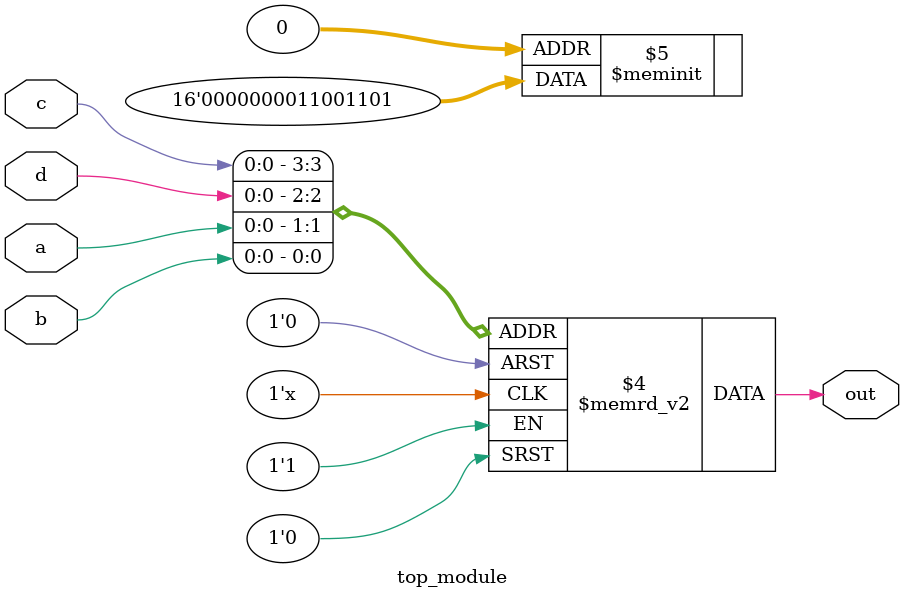
<source format=sv>
module top_module (
    input a, 
    input b,
    input c,
    input d,
    output reg out
);

    always @(*) begin
        case({c, d, a, b})
            4'b0000: out = 1'b1;
            4'b0001: out = 1'b0;
            4'b0010: out = 1'b1;
            4'b0011: out = 1'b1;
            4'b0100: out = 1'b0;
            4'b0101: out = 1'b0;
            4'b0110: out = 1'b1;
            4'b0111: out = 1'b1;
            4'b1000: out = 1'b0;
            4'b1001: out = 1'b0;
            4'b1010: out = 1'b0;
            4'b1011: out = 1'b0;
            4'b1100: out = 1'b0;
            4'b1101: out = 1'b0;
            4'b1110: out = 1'b0;
            4'b1111: out = 1'b0;
            default: out = 1'b0;
        endcase
    end

endmodule

</source>
